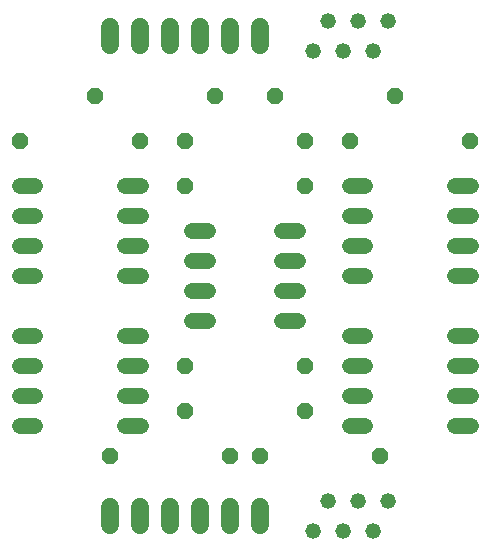
<source format=gbs>
G75*
G70*
%OFA0B0*%
%FSLAX24Y24*%
%IPPOS*%
%LPD*%
%AMOC8*
5,1,8,0,0,1.08239X$1,22.5*
%
%ADD10C,0.0520*%
%ADD11OC8,0.0520*%
%ADD12C,0.0520*%
%ADD13C,0.0600*%
D10*
X001581Y005262D02*
X002101Y005262D01*
X002101Y006262D02*
X001581Y006262D01*
X001581Y007262D02*
X002101Y007262D01*
X002101Y008262D02*
X001581Y008262D01*
X001581Y010262D02*
X002101Y010262D01*
X002101Y011262D02*
X001581Y011262D01*
X001581Y012262D02*
X002101Y012262D01*
X002101Y013262D02*
X001581Y013262D01*
X005101Y013262D02*
X005621Y013262D01*
X005621Y012262D02*
X005101Y012262D01*
X005101Y011262D02*
X005621Y011262D01*
X005621Y010262D02*
X005101Y010262D01*
X005101Y008262D02*
X005621Y008262D01*
X005621Y007262D02*
X005101Y007262D01*
X005101Y006262D02*
X005621Y006262D01*
X005621Y005262D02*
X005101Y005262D01*
X007341Y008762D02*
X007861Y008762D01*
X007861Y009762D02*
X007341Y009762D01*
X007341Y010762D02*
X007861Y010762D01*
X007861Y011762D02*
X007341Y011762D01*
X010341Y011762D02*
X010861Y011762D01*
X010861Y010762D02*
X010341Y010762D01*
X010341Y009762D02*
X010861Y009762D01*
X010861Y008762D02*
X010341Y008762D01*
X012581Y008262D02*
X013101Y008262D01*
X013101Y007262D02*
X012581Y007262D01*
X012581Y006262D02*
X013101Y006262D01*
X013101Y005262D02*
X012581Y005262D01*
X016101Y005262D02*
X016621Y005262D01*
X016621Y006262D02*
X016101Y006262D01*
X016101Y007262D02*
X016621Y007262D01*
X016621Y008262D02*
X016101Y008262D01*
X016101Y010262D02*
X016621Y010262D01*
X016621Y011262D02*
X016101Y011262D01*
X016101Y012262D02*
X016621Y012262D01*
X016621Y013262D02*
X016101Y013262D01*
X013101Y013262D02*
X012581Y013262D01*
X012581Y012262D02*
X013101Y012262D01*
X013101Y011262D02*
X012581Y011262D01*
X012581Y010262D02*
X013101Y010262D01*
D11*
X011101Y007262D03*
X011101Y005762D03*
X009601Y004262D03*
X008601Y004262D03*
X007101Y005762D03*
X007101Y007262D03*
X004601Y004262D03*
X007101Y013262D03*
X007101Y014762D03*
X008101Y016262D03*
X010101Y016262D03*
X011101Y014762D03*
X011101Y013262D03*
X012601Y014762D03*
X014101Y016262D03*
X016601Y014762D03*
X013601Y004262D03*
X005601Y014762D03*
X004101Y016262D03*
X001601Y014762D03*
D12*
X011351Y017762D03*
X011851Y018762D03*
X012851Y018762D03*
X013351Y017762D03*
X012351Y017762D03*
X013851Y018762D03*
X013851Y002762D03*
X013351Y001762D03*
X012351Y001762D03*
X012851Y002762D03*
X011851Y002762D03*
X011351Y001762D03*
D13*
X004601Y001962D02*
X004601Y002562D01*
X005601Y002562D02*
X005601Y001962D01*
X006601Y001962D02*
X006601Y002562D01*
X007601Y002562D02*
X007601Y001962D01*
X008601Y001962D02*
X008601Y002562D01*
X009601Y002562D02*
X009601Y001962D01*
X009601Y017962D02*
X009601Y018562D01*
X008601Y018562D02*
X008601Y017962D01*
X007601Y017962D02*
X007601Y018562D01*
X006601Y018562D02*
X006601Y017962D01*
X005601Y017962D02*
X005601Y018562D01*
X004601Y018562D02*
X004601Y017962D01*
M02*

</source>
